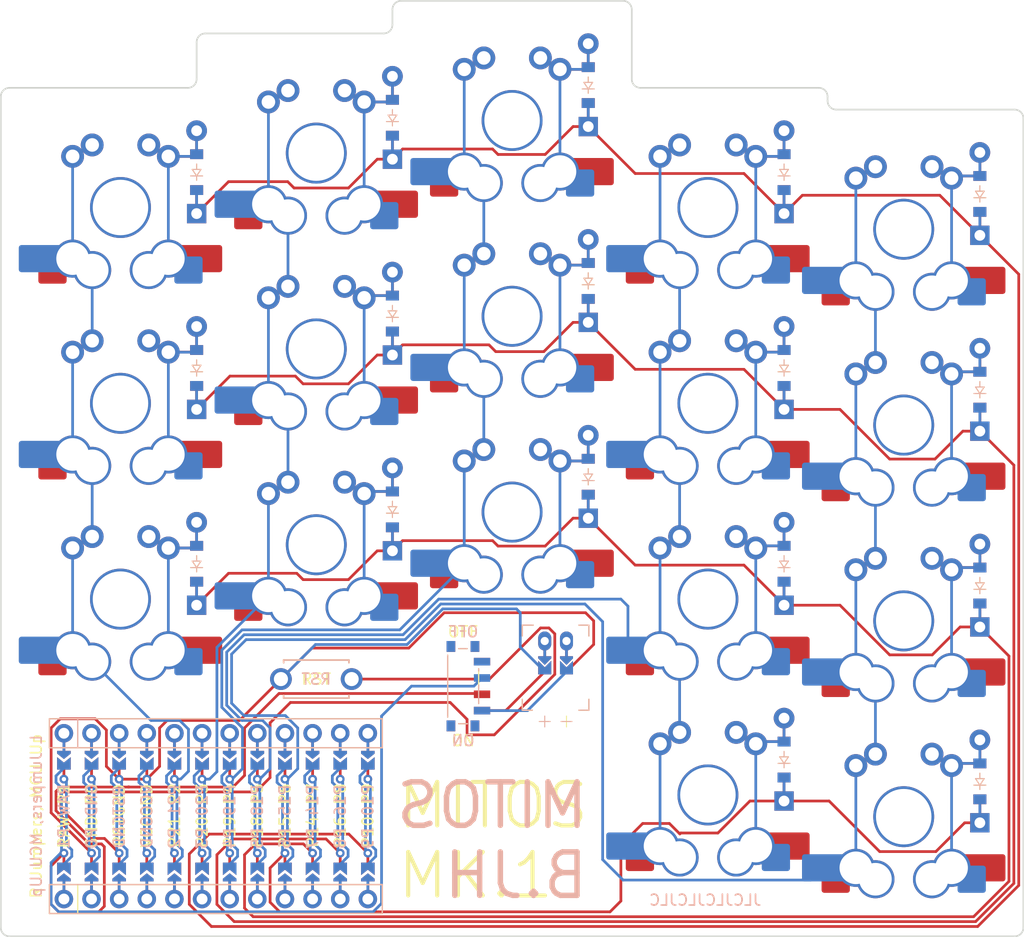
<source format=kicad_pcb>
(kicad_pcb (version 20240108) (generator "pcbnew") (generator_version "8.0")
  (title_block (title "board") (rev "v1.0.0") (company "Unknown"))
  (layers (0 "F.Cu" signal) (31 "B.Cu" signal) (34 "B.Paste" user) (35 "F.Paste" user) (36 "B.SilkS" user "B.Silkscreen") (37 "F.SilkS" user "F.Silkscreen") (38 "B.Mask" user) (39 "F.Mask" user) (44 "Edge.Cuts" user))
  (net 0 "")
  (net 1 "P2")
  (net 2 "pinky_bottom")
  (net 3 "GND")
  (net 4 "pinky_home")
  (net 5 "pinky_top")
  (net 6 "P3")
  (net 7 "ring_bottom")
  (net 8 "ring_home")
  (net 9 "ring_top")
  (net 10 "P4")
  (net 11 "middle_bottom")
  (net 12 "middle_home")
  (net 13 "middle_top")
  (net 14 "P5")
  (net 15 "index_thumb")
  (net 16 "index_bottom")
  (net 17 "index_home")
  (net 18 "index_top")
  (net 19 "P6")
  (net 20 "inner_thumb")
  (net 21 "inner_bottom")
  (net 22 "inner_home")
  (net 23 "inner_top")
  (net 24 "P14")
  (net 25 "P16")
  (net 26 "P10")
  (net 27 "P15")
  (net 28 "RAW")
  (net 29 "RST")
  (net 30 "VCC")
  (net 31 "P21")
  (net 32 "P20")
  (net 33 "P19")
  (net 34 "P18")
  (net 35 "P1")
  (net 36 "P0")
  (net 37 "P7")
  (net 38 "P8")
  (net 39 "P9")
  (net 40 "MCU1_24")
  (net 41 "MCU1_1")
  (net 42 "MCU1_23")
  (net 43 "MCU1_2")
  (net 44 "MCU1_22")
  (net 45 "MCU1_3")
  (net 46 "MCU1_21")
  (net 47 "MCU1_4")
  (net 48 "MCU1_20")
  (net 49 "MCU1_5")
  (net 50 "MCU1_19")
  (net 51 "MCU1_6")
  (net 52 "MCU1_18")
  (net 53 "MCU1_7")
  (net 54 "MCU1_17")
  (net 55 "MCU1_8")
  (net 56 "MCU1_16")
  (net 57 "MCU1_9")
  (net 58 "MCU1_15")
  (net 59 "MCU1_10")
  (net 60 "MCU1_14")
  (net 61 "MCU1_11")
  (net 62 "MCU1_13")
  (net 63 "MCU1_12")
  (net 64 "BAT_P")
  (net 65 "JST1_1")
  (net 66 "JST1_2")
  (footprint "ceoloide:power_switch_smd_side" (layer "F.Cu") (at 206.5 165 180)
    (property "Reference" "PWR1" (hide yes))
    (property "Value" "")
  )
  (footprint "ceoloide:reset_switch_tht_top" (layer "F.Cu") (at 193 164.35)
    (property "Reference" "RST1" (hide yes))
    (property "Value" "")
  )
  (footprint "ceoloide:mcu_nice_nano" (layer "F.Cu") (at 182.5 176.95 90)
    (property "Reference" "MCU1" (hide yes))
    (property "Value" "")
  )
  (footprint "ceoloide:battery_connector_jst_ph_2" (layer "F.Cu") (at 215 160.85)
    (property "Reference" "JST1" (hide yes))
    (property "Value" "")
  )
  (footprint "ceoloide:diode_tht_sod123" (layer "B.Cu") (at 218 127.75 90)
    (property "Reference" "D8" (hide yes))
    (property "Value" "")
  )
  (footprint "ceoloide:diode_tht_sod123" (layer "B.Cu") (at 236 117.75 90)
    (property "Reference" "D13" (hide yes))
    (property "Value" "")
  )
  (footprint "ceoloide:switch_gateron_ks27_ks33" (layer "B.Cu") (at 229 139)
    (property "Reference" "S12" (hide yes))
    (property "Value" "")
  )
  (footprint "ceoloide:switch_gateron_ks27_ks33" (layer "B.Cu") (at 247 177)
    (property "Reference" "S14" (hide yes))
    (property "Value" "")
  )
  (footprint "ceoloide:switch_gateron_ks27_ks33" (layer "B.Cu") (at 247 159)
    (property "Reference" "S15" (hide yes))
    (property "Value" "")
  )
  (footprint "ceoloide:diode_tht_sod123" (layer "B.Cu") (at 254 137.75 90)
    (property "Reference" "D16" (hide yes))
    (property "Value" "")
  )
  (footprint "ceoloide:switch_gateron_ks27_ks33" (layer "B.Cu") (at 211 131)
    (property "Reference" "S8" (hide yes))
    (property "Value" "")
  )
  (footprint "ceoloide:switch_gateron_ks27_ks33" (layer "B.Cu") (at 247 123)
    (property "Reference" "S17" (hide yes))
    (property "Value" "")
  )
  (footprint "ceoloide:diode_tht_sod123" (layer "B.Cu") (at 236 153.75 90)
    (property "Reference" "D11" (hide yes))
    (property "Value" "")
  )
  (footprint "ceoloide:switch_gateron_ks27_ks33" (layer "B.Cu") (at 193 134)
    (property "Reference" "S5" (hide yes))
    (property "Value" "")
  )
  (footprint "ceoloide:switch_gateron_ks27_ks33" (layer "B.Cu") (at 211 113)
    (property "Reference" "S9" (hide yes))
    (property "Value" "")
  )
  (footprint "ceoloide:diode_tht_sod123" (layer "B.Cu") (at 236 135.75 90)
    (property "Reference" "D12" (hide yes))
    (property "Value" "")
  )
  (footprint "ceoloide:diode_tht_sod123" (layer "B.Cu") (at 182 135.75 90)
    (property "Reference" "D2" (hide yes))
    (property "Value" "")
  )
  (footprint "ceoloide:diode_tht_sod123" (layer "B.Cu") (at 218 145.75 90)
    (property "Reference" "D7" (hide yes))
    (property "Value" "")
  )
  (footprint "ceoloide:switch_gateron_ks27_ks33" (layer "B.Cu") (at 175 121)
    (property "Reference" "S3" (hide yes))
    (property "Value" "")
  )
  (footprint "ceoloide:diode_tht_sod123" (layer "B.Cu") (at 254 119.75 90)
    (property "Reference" "D17" (hide yes))
    (property "Value" "")
  )
  (footprint "ceoloide:diode_tht_sod123" (layer "B.Cu") (at 200 148.75 90)
    (property "Reference" "D4" (hide yes))
    (property "Value" "")
  )
  (footprint "ceoloide:diode_tht_sod123" (layer "B.Cu") (at 182 153.75 90)
    (property "Reference" "D1" (hide yes))
    (property "Value" "")
  )
  (footprint "ceoloide:diode_tht_sod123" (layer "B.Cu") (at 218 109.75 90)
    (property "Reference" "D9" (hide yes))
    (property "Value" "")
  )
  (footprint "ceoloide:switch_gateron_ks27_ks33" (layer "B.Cu") (at 175 139)
    (property "Reference" "S2" (hide yes))
    (property "Value" "")
  )
  (footprint "ceoloide:diode_tht_sod123" (layer "B.Cu") (at 182 117.75 90)
    (property "Reference" "D3" (hide yes))
    (property "Value" "")
  )
  (footprint "ceoloide:diode_tht_sod123" (layer "B.Cu") (at 200 112.75 90)
    (property "Reference" "D6" (hide yes))
    (property "Value" "")
  )
  (footprint "ceoloide:switch_gateron_ks27_ks33" (layer "B.Cu") (at 229 121)
    (property "Reference" "S13" (hide yes))
    (property "Value" "")
  )
  (footprint "ceoloide:diode_tht_sod123" (layer "B.Cu") (at 236 171.75 90)
    (property "Reference" "D10" (hide yes))
    (property "Value" "")
  )
  (footprint "ceoloide:switch_gateron_ks27_ks33" (layer "B.Cu") (at 229 175)
    (property "Reference" "S10" (hide yes))
    (property "Value" "")
  )
  (footprint "ceoloide:switch_gateron_ks27_ks33" (layer "B.Cu") (at 229 157)
    (property "Reference" "S11" (hide yes))
    (property "Value" "")
  )
  (footprint "ceoloide:switch_gateron_ks27_ks33" (layer "B.Cu") (at 247 141)
    (property "Reference" "S16" (hide yes))
    (property "Value" "")
  )
  (footprint "ceoloide:switch_gateron_ks27_ks33" (layer "B.Cu") (at 193 152)
    (property "Reference" "S4" (hide yes))
    (property "Value" "")
  )
  (footprint "ceoloide:diode_tht_sod123" (layer "B.Cu") (at 254 173.75 90)
    (property "Reference" "D14" (hide yes))
    (property "Value" "")
  )
  (footprint "ceoloide:switch_gateron_ks27_ks33" (layer "B.Cu") (at 211 149)
    (property "Reference" "S7" (hide yes))
    (property "Value" "")
  )
  (footprint "ceoloide:diode_tht_sod123" (layer "B.Cu") (at 254 155.75 90)
    (property "Reference" "D15" (hide yes))
    (property "Value" "")
  )
  (footprint "ceoloide:switch_gateron_ks27_ks33" (layer "B.Cu") (at 193 116)
    (property "Reference" "S6" (hide yes))
    (property "Value" "")
  )
  (footprint "ceoloide:diode_tht_sod123" (layer "B.Cu") (at 200 130.75 90)
    (property "Reference" "D5" (hide yes))
    (property "Value" "")
  )
  (footprint "ceoloide:switch_gateron_ks27_ks33" (layer "B.Cu") (at 175 157)
    (property "Reference" "S1" (hide yes))
    (property "Value" "")
  )
  (gr_line (start 181.2 110) (end 164.8 110) (stroke (width 0.15)) (layer "Edge.Cuts"))
  (gr_arc (start 182 109.2) (mid 181.765685 109.765685) (end 181.2 110) (stroke (width 0.15)) (layer "Edge.Cuts"))
  (gr_arc (start 222.8 110) (mid 222.234315 109.765685) (end 222 109.2) (stroke (width 0.15)) (layer "Edge.Cuts"))
  (gr_arc (start 164 110.8) (mid 164.234315 110.234315) (end 164.8 110) (stroke (width 0.15)) (layer "Edge.Cuts"))
  (gr_line (start 222 109.2) (end 222 102.8) (stroke (width 0.15)) (layer "Edge.Cuts"))
  (gr_arc (start 164.8 188) (mid 164.234315 187.765685) (end 164 187.2) (stroke (width 0.15)) (layer "Edge.Cuts"))
  (gr_line (start 164 187.2) (end 164 110.8) (stroke (width 0.15)) (layer "Edge.Cuts"))
  (gr_arc (start 182 105.8) (mid 182.234315 105.234315) (end 182.8 105) (stroke (width 0.15)) (layer "Edge.Cuts"))
  (gr_line (start 200 102.8) (end 200 104.2) (stroke (width 0.15)) (layer "Edge.Cuts"))
  (gr_line (start 221.2 102) (end 200.8 102) (stroke (width 0.15)) (layer "Edge.Cuts"))
  (gr_arc (start 240.8 112) (mid 240.234315 111.765685) (end 240 111.2) (stroke (width 0.15)) (layer "Edge.Cuts"))
  (gr_line (start 199.2 105) (end 182.8 105) (stroke (width 0.15)) (layer "Edge.Cuts"))
  (gr_line (start 239.2 110) (end 222.8 110) (stroke (width 0.15)) (layer "Edge.Cuts"))
  (gr_line (start 240 111.2) (end 240 110.8) (stroke (width 0.15)) (layer "Edge.Cuts"))
  (gr_arc (start 221.2 102) (mid 221.765685 102.234315) (end 222 102.8) (stroke (width 0.15)) (layer "Edge.Cuts"))
  (gr_arc (start 258 187.2) (mid 257.765685 187.765685) (end 257.2 188) (stroke (width 0.15)) (layer "Edge.Cuts"))
  (gr_arc (start 200 102.8) (mid 200.234315 102.234315) (end 200.8 102) (stroke (width 0.15)) (layer "Edge.Cuts"))
  (gr_arc (start 257.2 112) (mid 257.765685 112.234315) (end 258 112.8) (stroke (width 0.15)) (layer "Edge.Cuts"))
  (gr_arc (start 239.2 110) (mid 239.765685 110.234315) (end 240 110.8) (stroke (width 0.15)) (layer "Edge.Cuts"))
  (gr_line (start 164.8 188) (end 257.2 188) (stroke (width 0.15)) (layer "Edge.Cuts"))
  (gr_line (start 258 187.2) (end 258 112.8) (stroke (width 0.15)) (layer "Edge.Cuts"))
  (gr_arc (start 200 104.2) (mid 199.765685 104.765685) (end 199.2 105) (stroke (width 0.15)) (layer "Edge.Cuts"))
  (gr_line (start 182 105.8) (end 182 109.2) (stroke (width 0.15)) (layer "Edge.Cuts"))
  (gr_line (start 257.2 112) (end 240.8 112) (stroke (width 0.15)) (layer "Edge.Cuts"))
  (gr_text "JLCJLCJLCJLC" (at 234 185.25 0) (layer "B.SilkS") (effects (font (size 1 1)) (justify left bottom mirror)))
  (gr_text "MITOS\nB.JH" (at 218.25 184.75 0) (layer "B.SilkS") (effects (font (size 4 4) (thickness 0.5)) (justify left bottom mirror)))
  (gr_text "MITOS\nMK.1" (at 200.25 184.75 0) (layer "F.SilkS") (effects (font (size 4 4) (thickness 0.375) (bold yes)) (justify left bottom)))
  (segment (start 179.96 172.175) (end 179.96 173.55) (width 0.25) (layer "F.Cu") (net 1))
  (segment (start 172.4 144.75) (end 172.4 151.25) (width 0.25) (layer "B.Cu") (net 1))
  (segment (start 170.6 134.3) (end 170.6 143.7) (width 0.25) (layer "B.Cu") (net 1))
  (segment (start 172.4 162.75) (end 177.805 168.155) (width 0.25) (layer "B.Cu") (net 1))
  (segment (start 181.25 168.958299) (end 181.25 172.825685) (width 0.25) (layer "B.Cu") (net 1))
  (segment (start 170.6 152.3) (end 170.6 161.7) (width 0.25) (layer "B.Cu") (net 1))
  (segment (start 180.19 179.554695) (end 180.19 173.78) (width 0.25) (layer "B.Cu") (net 1))
  (segment (start 181.25 172.825685) (end 180.525685 173.55) (width 0.25) (layer "B.Cu") (net 1))
  (segment (start 180.685 180.650305) (end 180.685 180.049695) (width 0.25) (layer "B.Cu") (net 1))
  (segment (start 180.525685 173.55) (end 179.96 173.55) (width 0.25) (layer "B.Cu") (net 1))
  (segment (start 170.6 116.3) (end 170.6 125.7) (width 0.25) (layer "B.Cu") (net 1))
  (segment (start 172.4 126.75) (end 172.4 133.25) (width 0.25) (layer "B.Cu") (net 1))
  (segment (start 180.446701 168.155) (end 181.25 168.958299) (width 0.25) (layer "B.Cu") (net 1))
  (segment (start 180.685 180.049695) (end 180.19 179.554695) (width 0.25) (layer "B.Cu") (net 1))
  (segment (start 179.96 181.725) (end 179.96 181.375305) (width 0.25) (layer "B.Cu") (net 1))
  (segment (start 179.96 181.375305) (end 180.685 180.650305) (width 0.25) (layer "B.Cu") (net 1))
  (segment (start 177.805 168.155) (end 180.446701 168.155) (width 0.25) (layer "B.Cu") (net 1))
  (segment (start 179.4 152.3) (end 181.8 152.3) (width 0.25) (layer "F.Cu") (net 2))
  (segment (start 182 152.1) (end 182 149.94) (width 0.25) (layer "F.Cu") (net 2))
  (segment (start 181.8 152.3) (end 182 152.1) (width 0.25) (layer "F.Cu") (net 2))
  (segment (start 182 149.94) (end 182 152.1) (width 0.25) (layer "B.Cu") (net 2))
  (segment (start 181.8 152.3) (end 182 152.1) (width 0.25) (layer "B.Cu") (net 2))
  (segment (start 179.4 152.3) (end 179.4 161.7) (width 0.25) (layer "B.Cu") (net 2))
  (segment (start 179.4 152.3) (end 181.8 152.3) (width 0.25) (layer "B.Cu") (net 2))
  (segment (start 168.625 176.635) (end 172.34 180.35) (width 0.25) (layer "F.Cu") (net 3))
  (segment (start 177.42 172.175) (end 177.42 173.55) (width 0.25) (layer "F.Cu") (net 3))
  (segment (start 174.88 172.175) (end 174.88 173.55) (width 0.25) (layer "F.Cu") (net 3))
  (segment (start 179.283299 168.155) (end 178.595 168.843299) (width 0.25) (layer "F.Cu") (net 3))
  (segment (start 178.595 172.375) (end 177.42 173.55) (width 0.25) (layer "F.Cu") (net 3))
  (segment (start 169.468299 168) (end 168.625 168.843299) (width 0.25) (layer "F.Cu") (net 3))
  (segment (start 189.75 164.35) (end 185.945 168.155) (width 0.25) (layer "F.Cu") (net 3))
  (segment (start 177.42 173.55) (end 174.88 173.55) (width 0.25) (layer "F.Cu") (net 3))
  (segment (start 185.945 168.155) (end 179.283299 168.155) (width 0.25) (layer "F.Cu") (net 3))
  (segment (start 173.705 172.375) (end 173.705 169.033299) (width 0.25) (layer "F.Cu") (net 3))
  (segment (start 168.625 168.843299) (end 168.625 176.635) (width 0.25) (layer "F.Cu") (net 3))
  (segment (start 204.75 158.25) (end 201.5 161.5) (width 0.25) (layer "F.Cu") (net 3))
  (segment (start 172.671701 168) (end 169.468299 168) (width 0.25) (layer "F.Cu") (net 3))
  (segment (start 178.595 168.843299) (end 178.595 172.375) (width 0.25) (layer "F.Cu") (net 3))
  (segment (start 218.5 161.166) (end 218.5 159) (width 0.25) (layer "F.Cu") (net 3))
  (segment (start 172.34 181.725) (end 172.34 180.35) (width 0.25) (layer "F.Cu") (net 3))
  (segment (start 192.6 161.5) (end 189.75 164.35) (width 0.25) (layer "F.Cu") (net 3))
  (segment (start 217.75 158.25) (end 204.75 158.25) (width 0.25) (layer "F.Cu") (net 3))
  (segment (start 201.5 161.5) (end 192.6 161.5) (width 0.25) (layer "F.Cu") (net 3))
  (segment (start 174.88 173.55) (end 173.705 172.375) (width 0.25) (layer "F.Cu") (net 3))
  (segment (start 216 163.666) (end 218.5 161.166) (width 0.25) (layer "F.Cu") (net 3))
  (segment (start 173.705 169.033299) (end 172.671701 168) (width 0.25) (layer "F.Cu") (net 3))
  (segment (start 218.5 159) (end 217.75 158.25) (width 0.25) (layer "F.Cu") (net 3))
  (segment (start 172.34 172.524695) (end 171.615 173.249695) (width 0.25) (layer "B.Cu") (net 3))
  (segment (start 201.347792 161.175) (end 192.925 161.175) (width 0.25) (layer "B.Cu") (net 3))
  (segment (start 175.605 180.049695) (end 175.11 179.554695) (width 0.25) (layer "B.Cu") (net 3))
  (segment (start 214 163.666) (end 211.75 161.416) (width 0.25) (layer "B.Cu") (net 3))
  (segment (start 204.622792 157.9) (end 201.347792 161.175) (width 0.25) (layer "B.Cu") (net 3))
  (segment (start 211.75 161.416) (end 211.75 158.25) (width 0.25) (layer "B.Cu") (net 3))
  (segment (start 211.4 157.9) (end 204.622792 157.9) (width 0.25) (layer "B.Cu") (net 3))
  (segment (start 175.11 179.554695) (end 175.11 173.78) (width 0.25) (layer "B.Cu") (net 3))
  (segment (start 211.75 158.25) (end 211.4 157.9) (width 0.25) (layer "B.Cu") (net 3))
  (segment (start 177.42 181.725) (end 177.42 181.375305) (width 0.25) (layer "B.Cu") (net 3))
  (segment (start 171.615 173.850305) (end 172.12 174.355305) (width 0.25) (layer "B.Cu") (net 3))
  (segment (start 172.12 174.355305) (end 172.12 180.13) (width 0.25) (layer "B.Cu") (net 3))
  (segment (start 177.42 181.375305) (end 178.145 180.650305) (width 0.25) (layer "B.Cu") (net 3))
  (segment (start 172.34 172.175) (end 172.34 172.524695) (width 0.25) (layer "B.Cu") (net 3))
  (segment (start 175.605 180.650305) (end 175.605 180.049695) (width 0.25) (layer "B.Cu") (net 3))
  (segment (start 178.145 180.650305) (end 178.145 180.049695) (width 0.25) (layer "B.Cu") (net 3))
  (segment (start 178.145 180.049695) (end 177.65 179.554695) (width 0.25) (layer "B.Cu") (net 3))
  (segment (start 192.925 161.175) (end 189.75 164.35) (width 0.25) (layer "B.Cu") (net 3))
  (segment (start 171.615 173.249695) (end 171.615 173.850305) (width 0.25) (layer "B.Cu") (net 3))
  (segment (start 174.88 181.375305) (end 175.605 180.650305) (width 0.25) (layer "B.Cu") (net 3))
  (segment (start 177.65 179.554695) (end 177.65 173.78) (width 0.25) (layer "B.Cu") (net 3))
  (segment (start 174.88 181.725) (end 174.88 181.375305) (width 0.25) (layer "B.Cu") (net 3))
  (segment (start 181.8 134.3) (end 182 134.1) (width 0.25) (layer "F.Cu") (net 4))
  (segment (start 182 131.94) (end 182 134.1) (width 0.25) (layer "F.Cu") (net 4))
  (segment (start 179.4 134.3) (end 181.8 134.3) (width 0.25) (layer "F.Cu") (net 4))
  (segment (start 182 131.94) (end 182 134.1) (width 0.25) (layer "B.Cu") (net 4))
  (segment (start 179.4 134.3) (end 181.8 134.3) (width 0.25) (layer "B.Cu") (net 4))
  (segment (start 179.4 134.3) (end 179.4 143.7) (width 0.25) (layer "B.Cu") (net 4))
  (segment (start 181.8 134.3) (end 182 134.1) (width 0.25) (layer "B.Cu") (net 4))
  (segment (start 181.8 116.3) (end 182 116.1) (width 0.25) (layer "F.Cu") (net 5))
  (segment (start 182 113.94) (end 182 116.1) (width 0.25) (layer "F.Cu") (net 5))
  (segment (start 179.4 116.3) (end 181.8 116.3) (width 0.25) (layer "F.Cu") (net 5))
  (segment (start 182 113.94) (end 182 116.1) (width 0.25) (layer "B.Cu") (net 5))
  (segment (start 181.8 116.3) (end 182 116.1) (width 0.25) (layer "B.Cu") (net 5))
  (segment (start 179.4 116.3) (end 179.4 125.7) (width 0.25) (layer "B.Cu") (net 5))
  (segment (start 179.4 116.3) (end 181.8 116.3) (width 0.25) (layer "B.Cu") (net 5))
  (segment (start 182.5 172.175) (end 182.5 173.55) (width 0.25) (layer "F.Cu") (net 6))
  (segment (start 183.865 172.865) (end 183.18 173.55) (width 0.25) (layer "B.Cu") (net 6))
  (segment (start 188.6 147.3) (end 188.6 156.7) (width 0.25) (layer "B.Cu") (net 6))
  (segment (start 183.865 161.435) (end 183.865 172.865) (width 0.25) (layer "B.Cu") (net 6))
  (segment (start 190.4 139.75) (end 190.4 146.25) (width 0.25) (layer "B.Cu") (net 6))
  (segment (start 188.6 129.3) (end 188.6 138.7) (width 0.25) (layer "B.Cu") (net 6))
  (segment (start 182.5 181.725) (end 182.5 181.375305) (width 0.25) (layer "B.Cu") (net 6))
  (segment (start 183.225 180.650305) (end 183.225 180.049695) (width 0.25) (layer "B.Cu") (net 6))
  (segment (start 182.73 179.554695) (end 182.73 173.78) (width 0.25) (layer "B.Cu") (net 6))
  (segment (start 182.5 181.375305) (end 183.225 180.650305) (width 0.25) (layer "B.Cu") (net 6))
  (segment (start 190.4 121.75) (end 190.4 128.25) (width 0.25) (layer "B.Cu") (net 6))
  (segment (start 183.225 180.049695) (end 182.73 179.554695) (width 0.25) (layer "B.Cu") (net 6))
  (segment (start 183.18 173.55) (end 182.5 173.55) (width 0.25) (layer "B.Cu") (net 6))
  (segment (start 188.6 156.7) (end 183.865 161.435) (width 0.25) (layer "B.Cu") (net 6))
  (segment (start 188.6 111.3) (end 188.6 120.7) (width 0.25) (layer "B.Cu") (net 6))
  (segment (start 200 147.1) (end 197.6 147.1) (width 0.25) (layer "F.Cu") (net 7))
  (segment (start 197.6 147.1) (end 197.4 147.3) (width 0.25) (layer "F.Cu") (net 7))
  (segment (start 200 144.94) (end 200 147.1) (width 0.25) (layer "F.Cu") (net 7))
  (segment (start 200 147.1) (end 200 144.94) (width 0.25) (layer "B.Cu") (net 7))
  (segment (start 197.4 147.3) (end 197.4 156.7) (width 0.25) (layer "B.Cu") (net 7))
  (segment (start 197.6 147.1) (end 197.4 147.3) (width 0.25) (layer "B.Cu") (net 7))
  (segment (start 200 147.1) (end 197.6 147.1) (width 0.25) (layer "B.Cu") (net 7))
  (segment (start 197.6 129.1) (end 197.4 129.3) (width 0.25) (layer "F.Cu") (net 8))
  (segment (start 200 126.94) (end 200 129.1) (width 0.25) (layer "F.Cu") (net 8))
  (segment (start 200 129.1) (end 197.6 129.1) (width 0.25) (layer "F.Cu") (net 8))
  (segment (start 197.4 129.3) (end 197.3 129.3) (width 0.25) (layer "B.Cu") (net 8))
  (segment (start 197.25 129.25) (end 197.4 129.1) (width 0.25) (layer "B.Cu") (net 8))
  (segment (start 200 129.1) (end 200 126.94) (width 0.25) (layer "B.Cu") (net 8))
  (segment (start 197.4 129.1) (end 200 129.1) (width 0.25) (layer "B.Cu") (net 8))
  (segment (start 197.4 129.3) (end 197.4 138.7) (width 0.25) (layer "B.Cu") (net 8))
  (segment (start 197.3 129.3) (end 197.25 129.25) (width 0.25) (layer "B.Cu") (net 8))
  (segment (start 200 108.94) (end 200 111.1) (width 0.25) (layer "F.Cu") (net 9))
  (segment (start 197.4 111.3) (end 199.8 111.3) (width 0.25) (layer "F.Cu") (net 9))
  (segment (start 199.8 111.3) (end 200 111.1) (width 0.25) (layer "F.Cu") (net 9))
  (segment (start 197.4 111.3) (end 199.8 111.3) (width 0.25) (layer "B.Cu") (net 9))
  (segment (start 200 108.94) (end 200 111.1) (width 0.25) (layer "B.Cu") (net 9))
  (segment (start 197.4 111.3) (end 197.4 120.7) (width 0.25) (layer "B.Cu") (net 9))
  (segment (start 199.8 111.3) (end 200 111.1) (width 0.25) (layer "B.Cu") (net 9))
  (segment (start 185.04 172.175) (end 185.04 173.55) (width 0.25) (layer "F.Cu") (net 10))
  (segment (start 185.765 180.650305) (end 185.765 180.049695) (width 0.25) (layer "B.Cu") (net 10))
  (segment (start 200.675 159.825) (end 186.175 159.825) (width 0.25) (layer "B.Cu") (net 10))
  (segment (start 186.215 172.591692) (end 185.256692 173.55) (width 0.25) (layer "B.Cu") (net 10))
  (segment (start 206.6 108.3) (end 206.6 117.7) (width 0.25) (layer "B.Cu") (net 10))
  (segment (start 186.215 168.843299) (end 186.215 172.591692) (width 0.25) (layer "B.Cu") (net 10))
  (segment (start 208.4 118.75) (end 208.4 125.25) (width 0.25) (layer "B.Cu") (net 10))
  (segment (start 205.75 154.75) (end 200.675 159.825) (width 0.25) (layer "B.Cu") (net 10))
  (segment (start 208.4 136.75) (end 208.4 143.25) (width 0.25) (layer "B.Cu") (net 10))
  (segment (start 206.6 144.3) (end 206.6 153.7) (width 0.25) (layer "B.Cu") (net 10))
  (segment (start 184.315 161.685) (end 184.315 166.943299) (width 0.25) (layer "B.Cu") (net 10))
  (segment (start 185.04 181.725) (end 185.04 181.375305) (width 0.25) (layer "B.Cu") (net 10))
  (segment (start 185.04 181.375305) (end 185.765 180.650305) (width 0.25) (layer "B.Cu") (net 10))
  (segment (start 185.27 179.554695) (end 185.27 173.78) (width 0.25) (layer "B.Cu") (net 10))
  (segment (start 185.765 180.049695) (end 185.27 179.554695) (width 0.25) (layer "B.Cu") (net 10))
  (segment (start 185.256692 173.55) (end 185.04 173.55) (width 0.25) (layer "B.Cu") (net 10))
  (segment (start 184.315 166.943299) (end 186.215 168.843299) (width 0.25) (layer "B.Cu") (net 10))
  (segment (start 206.6 126.3) (end 206.6 135.7) (width 0.25) (layer "B.Cu") (net 10))
  (segment (start 186.175 159.825) (end 184.315 161.685) (width 0.25) (layer "B.Cu") (net 10))
  (segment (start 208.4 154.75) (end 205.75 154.75) (width 0.25) (layer "B.Cu") (net 10))
  (segment (start 218 144.1) (end 218 141.94) (width 0.25) (layer "F.Cu") (net 11))
  (segment (start 217.8 144.3) (end 218 144.1) (width 0.25) (layer "F.Cu") (net 11))
  (segment (start 215.4 144.3) (end 217.8 144.3) (width 0.25) (layer "F.Cu") (net 11))
  (segment (start 215.4 144.3) (end 215.4 153.7) (width 0.25) (layer "B.Cu") (net 11))
  (segment (start 215.4 144.3) (end 217.8 144.3) (width 0.25) (layer "B.Cu") (net 11))
  (segment (start 218 144.1) (end 218 141.94) (width 0.25) (layer "B.Cu") (net 11))
  (segment (start 217.8 144.3) (end 218 144.1) (width 0.25) (layer "B.Cu") (net 11))
  (segment (start 217.25 154.75) (end 217.25 155.25) (width 0.25) (layer "B.Cu") (net 11))
  (segment (start 217.8 126.3) (end 218 126.1) (width 0.25) (layer "F.Cu") (net 12))
  (segment (start 218 123.94) (end 218 126.1) (width 0.25) (layer "F.Cu") (net 12))
  (segment (start 215.4 126.3) (end 217.8 126.3) (width 0.25) (layer "F.Cu") (net 12))
  (segment (start 217.8 126.3) (end 218 126.1) (width 0.25) (layer "B.Cu") (net 12))
  (segment (start 215.4 126.3) (end 215.4 135.7) (width 0.25) (layer "B.Cu") (net 12))
  (segment (start 218 123.94) (end 218 126.1) (width 0.25) (layer "B.Cu") (net 12))
  (segment (start 215.4 126.3) (end 217.8 126.3) (width 0.25) (layer "B.Cu") (net 12))
  (segment (start 218 108.1) (end 218 105.94) (width 0.25) (layer "F.Cu") (net 13))
  (segment (start 215.4 108.3) (end 217.8 108.3) (width 0.25) (layer "F.Cu") (net 13))
  (segment (start 217.8 108.3) (end 218 108.1) (width 0.25) (layer "F.Cu") (net 13))
  (segment (start 218 108.1) (end 218 105.94) (width 0.25) (layer "B.Cu") (net 13))
  (segment (start 215.4 108.3) (end 217.8 108.3) (width 0.25) (layer "B.Cu") (net 13))
  (segment (start 215.4 108.3) (end 215.4 117.7) (width 0.25) (layer "B.Cu") (net 13))
  (segment (start 217.8 108.3) (end 218 108.1) (width 0.25) (layer "B.Cu") (net 13))
  (segment (start 187.58 172.175) (end 187.58 173.55) (width 0.25) (layer "F.Cu") (net 14))
  (segment (start 204.25 157) (end 200.975 160.275) (width 0.25) (layer "B.Cu") (net 14))
  (segment (start 224.6 170.3) (end 224.6 179.7) (width 0.25) (layer "B.Cu") (net 14))
  (segment (start 226.4 144.75) (end 226.4 151.25) (width 0.25) (layer "B.Cu") (net 14))
  (segment (start 221 157) (end 204.25 157) (width 0.25) (layer "B.Cu") (net 14))
  (segment (start 224.6 134.3) (end 224.6 143.7) (width 0.25) (layer "B.Cu") (net 14))
  (segment (start 226.4 126.75) (end 226.4 133.25) (width 0.25) (layer "B.Cu") (net 14))
  (segment (start 184.765 161.871396) (end 184.765 166.756903) (width 0.25) (layer "B.Cu") (net 14))
  (segment (start 188.755 168.843299) (end 188.755 172.591692) (width 0.25) (layer "B.Cu") (net 14))
  (segment (start 221.65 157.65) (end 221 157) (width 0.25) (layer "B.Cu") (net 14))
  (segment (start 187.58 181.725) (end 187.58 181.375305) (width 0.25) (layer "B.Cu") (net 14))
  (segment (start 187.796692 173.55) (end 187.58 173.55) (width 0.25) (layer "B.Cu") (net 14))
  (segment (start 187.58 181.375305) (end 188.305 180.650305) (width 0.25) (layer "B.Cu") (net 14))
  (segment (start 200.975 160.275) (end 186.361396 160.275) (width 0.25) (layer "B.Cu") (net 14))
  (segment (start 221.65 161.7) (end 221.65 157.65) (width 0.25) (layer "B.Cu") (net 14))
  (segment (start 224.6 152.3) (end 224.6 161.7) (width 0.25) (layer "B.Cu") (net 14))
  (segment (start 186.163097 168.155) (end 188.066701 168.155) (width 0.25) (layer "B.Cu") (net 14))
  (segment (start 188.305 180.650305) (end 188.305 180.049695) (width 0.25) (layer "B.Cu") (net 14))
  (segment (start 226.4 162.75) (end 226.4 169.25) (width 0.25) (layer "B.Cu") (net 14))
  (segment (start 184.765 166.756903) (end 186.163097 168.155) (width 0.25) (layer "B.Cu") (net 14))
  (segment (start 188.066701 168.155) (end 188.755 168.843299) (width 0.25) (layer "B.Cu") (net 14))
  (segment (start 186.361396 160.275) (end 184.765 161.871396) (width 0.25) (layer "B.Cu") (net 14))
  (segment (start 224.6 116.3) (end 224.6 125.7) (width 0.25) (layer "B.Cu") (net 14))
  (segment (start 188.755 172.591692) (end 187.796692 173.55) (width 0.25) (layer "B.Cu") (net 14))
  (segment (start 187.81 179.554695) (end 187.81 173.78) (width 0.25) (layer "B.Cu") (net 14))
  (segment (start 188.305 180.049695) (end 187.81 179.554695) (width 0.25) (layer "B.Cu") (net 14))
  (segment (start 233.6 170.1) (end 233.4 170.3) (width 0.25) (layer "F.Cu") (net 15))
  (segment (start 236 170.1) (end 233.6 170.1) (width 0.25) (layer "F.Cu") (net 15))
  (segment (start 236 167.94) (end 236 170.1) (width 0.25) (layer "F.Cu") (net 15))
  (segment (start 233.4 170.3) (end 233.7 170.3) (width 0.25) (layer "B.Cu") (net 15))
  (segment (start 233.4 170.3) (end 233.4 179.7) (width 0.25) (layer "B.Cu") (net 15))
  (segment (start 236 170.1) (end 236 167.94) (width 0.25) (layer "B.Cu") (net 15))
  (segment (start 233.9 170.1) (end 236 170.1) (width 0.25) (layer "B.Cu") (net 15))
  (segment (start 233.7 170.3) (end 233.9 170.1) (width 0.25) (layer "B.Cu") (net 15))
  (segment (start 233.6 152.1) (end 233.4 152.3) (width 0.25) (layer "F.Cu") (net 16))
  (segment (start 236 152.1) (end 236 149.94) (width 0.25) (layer "F.Cu") (net 16))
  (segment (start 236 152.1) (end 233.6 152.1) (width 0.25) (layer "F.Cu") (net 16))
  (segment (start 233.4 160.95) (end 231.6 162.75) (width 0.25) (layer "B.Cu") (net 16))
  (segment (start 236 152.1) (end 233.6 152.1) (width 0.25) (layer "B.Cu") (net 16))
  (segment (start 236 149.94) (end 236 152.1) (width 0.25) (layer "B.Cu") (net 16))
  (segment (start 233.6 152.1) (end 233.4 152.3) (width 0.25) (layer "B.Cu") (net 16))
  (segment (start 233.4 152.3) (end 233.4 160.95) (width 0.25) (layer "B.Cu") (net 16))
  (segment (start 233.4 134.3) (end 235.8 134.3) (width 0.25) (layer "F.Cu") (net 17))
  (segment (start 236 131.94) (end 236 134.1) (width 0.25) (layer "F.Cu") (net 17))
  (segment (start 235.8 134.3) (end 236 134.1) (width 0.25) (layer "F.Cu") (net 17))
  (segment (start 233.4 134.3) (end 233.4 143.7) (width 0.25) (layer "B.Cu") (net 17))
  (segment (start 235.8 134.3) (end 236 134.1) (width 0.25) (layer "B.Cu") (net 17))
  (segment (start 236 131.94) (end 236 134.1) (width 0.25) (layer "B.Cu") (net 17))
  (segment (start 233.4 134.3) (end 235.8 134.3) (width 0.25) (layer "B.Cu") (net 17))
  (segment (start 233.4 116.3) (end 235.8 116.3) (width 0.25) (layer "F.Cu") (net 18))
  (segment (start 235.8 116.3) (end 236 116.1) (width 0.25) (layer "F.Cu") (net 18))
  (segment (start 236 113.94) (end 236 116.1) (width 0.25) (layer "F.Cu") (net 18))
  (segment (start 233.4 116.3) (end 235.8 116.3) (width 0.25) (layer "B.Cu") (net 18))
  (segment (start 233.4 116.3) (end 233.4 125.7) (width 0.25) (layer "B.Cu") (net 18))
  (segment (start 235.8 116.3) (end 236 116.1) (width 0.25) (layer "B.Cu") (net 18))
  (segment (start 236 113.94) (end 236 116.1) (width 0.25) (layer "B.Cu") (net 18))
  (segment (start 190.12 172.175) (end 190.12 173.55) (width 0.25) (layer "F.Cu") (net 19))
  (segment (start 239.65 181.7) (end 239.55 181.7) (width 0.25) (layer "B.Cu") (net 19))
  (segment (start 239.55 181.7) (end 238.425 182.825) (width 0.25) (layer "B.Cu") (net 19))
  (segment (start 190.845 180.650305) (end 190.845 180.049695) (width 0.25) (layer "B.Cu") (net 19))
  (segment (start 190.12 181.725) (end 190.12 181.375305) (width 0.25) (layer "B.Cu") (net 19))
  (segment (start 186.349493 167.705) (end 190.156701 167.705) (width 0.25) (layer "B.Cu") (net 19))
  (segment (start 244.4 164.75) (end 244.4 171.25) (width 0.25) (layer "B.Cu") (net 19))
  (segment (start 244.4 128.75) (end 244.4 135.25) (width 0.25) (layer "B.Cu") (net 19))
  (segment (start 185.215 162.057792) (end 185.215 166.570507) (width 0.25) (layer "B.Cu") (net 19))
  (segment (start 191.295 168.843299) (end 191.295 172.591692) (width 0.25) (layer "B.Cu") (net 19))
  (segment (start 190.156701 167.705) (end 191.295 168.843299) (width 0.25) (layer "B.Cu") (net 19))
  (segment (start 219.325 180.9451) (end 219.325 159.075) (width 0.25) (layer "B.Cu") (net 19))
  (segment (start 190.336692 173.55) (end 190.12 173.55) (width 0.25) (layer "B.Cu") (net 19))
  (segment (start 191.295 172.591692) (end 190.336692 173.55) (width 0.25) (layer "B.Cu") (net 19))
  (segment (start 244.4 146.75) (end 244.4 153.25) (width 0.25) (layer "B.Cu") (net 19))
  (segment (start 221.2049 182.825) (end 219.325 180.9451) (width 0.25) (layer "B.Cu") (net 19))
  (segment (start 219.325 159.075) (end 217.7 157.45) (width 0.25) (layer "B.Cu") (net 19))
  (segment (start 190.35 179.554695) (end 190.35 173.78) (width 0.25) (layer "B.Cu") (net 19))
  (segment (start 190.845 180.049695) (end 190.35 179.554695) (width 0.25) (layer "B.Cu") (net 19))
  (segment (start 217.7 157.45) (end 204.436396 157.45) (width 0.25) (layer "B.Cu") (net 19))
  (segment (start 242.6 154.3) (end 242.6 163.7) (width 0.25) (layer "B.Cu") (net 19))
  (segment (start 201.161396 160.725) (end 186.547792 160.725) (width 0.25) (layer "B.Cu") (net 19))
  (segment (start 242.6 172.3) (end 242.6 181.7) (width 0.25) (layer "B.Cu") (net 19))
  (segment (start 238.425 182.825) (end 221.2049 182.825) (width 0.25) (layer "B.Cu") (net 19))
  (segment (start 204.436396 157.45) (end 201.161396 160.725) (width 0.25) (layer "B.Cu") (net 19))
  (segment (start 190.12 181.375305) (end 190.845 180.650305) (width 0.25) (layer "B.Cu") (net 19))
  (segment (start 242.6 136.3) (end 242.6 145.7) (width 0.25) (layer "B.Cu") (net 19))
  (segment (start 185.215 166.570507) (end 186.349493 167.705) (width 0.25) (layer "B.Cu") (net 19))
  (segment (start 186.547792 160.725) (end 185.215 162.057792) (width 0.25) (layer "B.Cu") (net 19))
  (segment (start 242.6 118.3) (end 242.6 127.7) (width 0.25) (layer "B.Cu") (net 19))
  (segment (start 254 172.1) (end 254 169.94) (width 0.25) (layer "F.Cu") (net 20))
  (segment (start 254 172.1) (end 251.6 172.1) (width 0.25) (layer "F.Cu") (net 20))
  (segment (start 251.6 172.1) (end 251.4 172.3) (width 0.25) (layer "F.Cu") (net 20))
  (segment (start 251.4 172.3) (end 251.4 181.7) (width 0.25) (layer "B.Cu") (net 20))
  (segment (start 254 172.1) (end 251.6 172.1) (width 0.25) (layer "B.Cu") (net 20))
  (segment (start 251.6 172.1) (end 251.4 172.3) (width 0.25) (layer "B.Cu") (net 20))
  (segment (start 254 172.1) (end 254 169.94) (width 0.25) (layer "B.Cu") (net 20))
  (segment (start 251.6 154.1) (end 251.4 154.3) (width 0.25) (layer "F.Cu") (net 21))
  (segment (start 254 154.1) (end 254 151.94) (width 0.25) (layer "F.Cu") (net 21))
  (segment (start 254 154.1) (end 251.6 154.1) (width 0.25) (layer "F.Cu") (net 21))
  (segment (start 251.6 154.1) (end 251.4 154.3) (width 0.25) (layer "B.Cu") (net 21))
  (segment (start 254 154.1) (end 251.6 154.1) (width 0.25) (layer "B.Cu") (net 21))
  (segment (start 251.4 154.3) (end 251.4 163.7) (width 0.25) (layer "B.Cu") (net 21))
  (segment (start 254 154.1) (end 254 151.94) (width 0.25) (layer "B.Cu") (net 21))
  (segment (start 251.6 136.1) (end 251.4 136.3) (width 0.25) (layer "F.Cu") (net 22))
  (segment (start 254 136.1) (end 251.6 136.1) (width 0.25) (layer "F.Cu") (net 22))
  (segment (start 254 136.1) (end 254 133.94) (width 0.25) (layer "F.Cu") (net 22))
  (segment (start 254 136.1) (end 251.6 136.1) (width 0.25) (layer "B.Cu") (net 22))
  (segment (start 251.6 136.1) (end 251.4 136.3) (width 0.25) (layer "B.Cu") (net 22))
  (segment (start 251.4 136.3) (end 251.4 145.7) (width 0.25) (layer "B.Cu") (net 22))
  (segment (start 254 133.94) (end 254 136.1) (width 0.25) (layer "B.Cu") (net 22))
  (segment (start 254 118.1) (end 251.6 118.1) (width 0.25) (layer "F.Cu") (net 23))
  (segment (start 254 118.1) (end 254 115.94) (width 0.25) (layer "F.Cu") (net 23))
  (segment (start 251.6 118.1) (end 251.4 118.3) (width 0.25) (layer "F.Cu") (net 23))
  (segment (start 254 118.1) (end 251.6 118.1) (width 0.25) (layer "B.Cu") (net 23))
  (segment (start 254 118.1) (end 254 115.94) (width 0.25) (layer "B.Cu") (net 23))
  (segment (start 251.4 118.3) (end 251.4 127.7) (width 0.25) (layer "B.Cu") (net 23))
  (segment (start 251.6 118.1) (end 251.4 118.3) (width 0.25) (layer "B.Cu") (net 23))
  (segment (start 253.4251 186.195) (end 187.194999 186.195) (width 0.25) (layer "F.Cu") (net 24))
  (segment (start 191.81 179.5) (end 192.66 180.35) (width 0.25) (layer "F.Cu") (net 24))
  (segment (start 198.605506 152.56) (end 200 152.56) (width 0.25) (layer "F.Cu") (net 24))
  (segment (start 187.404695 179.5) (end 191.81 179.5) (width 0.25) (layer "F.Cu") (net 24))
  (segment (start 254 159.56) (end 256.675 162.235) (width 0.25) (layer "F.Cu") (net 24))
  (segment (start 186.405 185.405001) (end 186.405 180.499695) (width 0.25) (layer "F.Cu") (net 24))
  (segment (start 236 157.56) (end 241.140582 157.56) (width 0.25) (layer "F.Cu") (net 24))
  (segment (start 186.405 180.499695) (end 187.404695 179.5) (width 0.25) (layer "F.Cu") (net 24))
  (segment (start 184.935 154.625) (end 191.205582 154.625) (width 0.25) (layer "F.Cu") (net 24))
  (segment (start 218 149.56) (end 218 147.4) (width 0.25) (layer "F.Cu") (net 24))
  (segment (start 182 157.56) (end 182 155.4) (width 0.25) (layer "F.Cu") (net 24))
  (segment (start 191.788335 155.207753) (end 195.957753 155.207753) (width 0.25) (layer "F.Cu") (net 24))
  (segment (start 200 152.56) (end 200.935 151.625) (width 0.25) (layer "F.Cu") (net 24))
  (segment (start 222.315 153.875) (end 232.315 153.875) (width 0.25) (layer "F.Cu") (net 24))
  (segment (start 209.705582 152.125) (end 214.040506 152.125) (width 0.25) (layer "F.Cu") (net 24))
  (segment (start 192.66 181.725) (end 192.66 180.35) (width 0.25) (layer "F.Cu") (net 24))
  (segment (start 195.957753 155.207753) (end 198.605506 152.56) (width 0.25) (layer "F.Cu") (net 24))
  (segment (start 254 157.4) (end 254 159.56) (width 0.25) (layer "F.Cu") (net 24))
  (segment (start 256.675 162.235) (end 256.675 182.9451) (width 0.25) (layer "F.Cu") (net 24))
  (segment (start 187.194999 186.195) (end 186.405 185.405001) (width 0.25) (layer "F.Cu") (net 24))
  (segment (start 200.935 151.625) (end 209.205582 151.625) (width 0.25) (layer "F.Cu") (net 24))
  (segment (start 191.205582 154.625) (end 191.788335 155.207753) (width 0.25) (layer "F.Cu") (net 24))
  (segment (start 182 157.56) (end 184.935 154.625) (width 0.25) (layer "F.Cu") (net 24))
  (segment (start 249.625 162.125) (end 252.19 159.56) (width 0.25) (layer "F.Cu") (net 24))
  (segment (start 209.205582 151.625) (end 209.705582 152.125) (width 0.25) (layer "F.Cu") (net 24))
  (segment (start 200 152.56) (end 200 150.4) (width 0.25) (layer "F.Cu") (net 24))
  (segment (start 256.675 182.9451) (end 253.4251 186.195) (width 0.25) (layer "F.Cu") (net 24))
  (segment (start 236 155.4) (end 236 157.56) (width 0.25) (layer "F.Cu") (net 24))
  (segment (start 232.315 153.875) (end 236 157.56) (width 0.25) (layer "F.Cu") (net 24))
  (segment (start 214.040506 152.125) (end 216.605506 149.56) (width 0.25) (layer "F.Cu") (net 24))
  (segment (start 245.705582 162.125) (end 249.625 162.125) (width 0.25) (layer "F.Cu") (net 24))
  (segment (start 216.605506 149.56) (end 218 149.56) (width 0.25) (layer "F.Cu") (net 24))
  (segment (start 252.19 159.56) (end 254 159.56) (width 0.25) (layer "F.Cu") (net 24))
  (segment (start 241.140582 157.56) (end 245.705582 162.125) (width 0.25) (layer "F.Cu") (net 24))
  (segment (start 218 149.56) (end 222.315 153.875) (width 0.25) (layer "F.Cu") (net 24))
  (segment (start 192.66 172.175) (end 192.66 172.524695) (width 0.25) (layer "B.Cu") (net 24))
  (segment (start 191.935 173.850305) (end 192.44 174.355305) (width 0.25) (layer "B.Cu") (net 24))
  (segment (start 254 159.56) (end 254 157.4) (width 0.25) (layer "B.Cu") (net 24))
  (segment (start 192.44 174.355305) (end 192.44 180.13) (width 0.25) (layer "B.Cu") (net 24))
  (segment (start 218 147.4) (end 218 149.56) (width 0.25) (layer "B.Cu") (net 24))
  (segment (start 191.935 173.249695) (end 191.935 173.850305) (width 0.25) (layer "B.Cu") (net 24))
  (segment (start 200 150.4) (end 200 152.56) (width 0.25) (layer "B.Cu") (net 24))
  (segment (start 192.66 172.524695) (end 191.935 173.249695) (width 0.25) (layer "B.Cu") (net 24))
  (segment (start 236 155.4) (end 236 157.56) (width 0.25) (layer "B.Cu") (net 24))
  (segment (start 182 155.4) (end 182 157.56) (width 0.25) (layer "B.Cu") (net 24))
  (segment (start 232.315 135.875) (end 236 139.56) (width 0.25) (layer "F.Cu") (net 25))
  (segment (start 198.605506 134.56) (end 200 134.56) (width 0.25) (layer "F.Cu") (net 25))
  (segment (start 200 132.4) (end 200 134.56) (width 0.25) (layer "F.Cu") (net 25))
  (segment (start 182 139.56) (end 185.06 136.5) (width 0.25) (layer "F.Cu") (net 25))
  (segment (start 193.9 179.05) (end 195.2 180.35) (width 0.25) (layer "F.Cu") (net 25))
  (segment (start 200 134.56) (end 200.935 133.625) (width 0.25) (layer "F.Cu") (net 25))
  (segment (start 222.315 135.875) (end 232.315 135.875) (width 0.25) (layer "F.Cu") (net 25))
  (segment (start 241.140582 139.56) (end 245.705582 144.125) (width 0.25) (layer "F.Cu") (net 25))
  (segment (start 191.788335 137.207753) (end 195.957753 137.207753) (width 0.25) (layer "F.Cu") (net 25))
  (segment (start 208.875 133.625) (end 209.5 134.25) (width 0.25) (layer "F.Cu") (net 25))
  (segment (start 182 139.56) (end 182 137.4) (width 0.25) (layer "F.Cu") (net 25))
  (segment (start 245.705582 144.125) (end 249.875 144.125) (width 0.25) (layer "F.Cu") (net 25))
  (segment (start 216.605506 131.56) (end 218 131.56) (width 0.25) (layer "F.Cu") (net 25))
  (segment (start 218 131.56) (end 222.315 135.875) (width 0.25) (layer "F.Cu") (net 25))
  (segment (start 185.06 136.5) (end 191.080582 136.5) (width 0.25) (layer "F.Cu") (net 25))
  (segment (start 252.44 141.56) (end 254 141.56) (width 0.25) (layer "F.Cu") (net 25))
  (segment (start 195.957753 137.207753) (end 198.605506 134.56) (width 0.25) (layer "F.Cu") (net 25))
  (segment (start 209.5 134.25) (end 213.915506 134.25) (width 0.25) (layer "F.Cu") (net 25))
  (segment (start 236 137.4) (end 236 139.56) (width 0.25) (layer "F.Cu") (net 25))
  (segment (start 218 131.56) (end 218 129.4) (width 0.25) (layer "F.Cu") (net 25))
  (segment (start 191.080582 136.5) (end 191.788335 137.207753) (width 0.25) (layer "F.Cu") (net 25))
  (segment (start 213.915506 134.25) (end 216.605506 131.56) (width 0.25) (layer "F.Cu") (net 25))
  (segment (start 185.314695 179.05) (end 193.9 179.05) (width 0.25) (layer "F.Cu") (net 25))
  (segment (start 183.865 185.056701) (end 183.865 180.499695) (width 0.25) (layer "F.Cu") (net 25))
  (segment (start 183.865 180.499695) (end 185.314695 179.05) (width 0.25) (layer "F.Cu") (net 25))
  (segment (start 195.2 181.725) (end 195.2 180.35) (width 0.25) (layer "F.Cu") (net 25))
  (segment (start 254 141.56) (end 257.125 144.685) (width 0.25) (layer "F.Cu") (net 25))
  (segment (start 257.125 144.685) (end 257.125 183.131496) (width 0.25) (layer "F.Cu") (net 25))
  (segment (start 257.125 183.131496) (end 253.611496 186.645) (width 0.25) (layer "F.Cu") (net 25))
  (segment (start 200.935 133.625) (end 208.875 133.625) (width 0.25) (layer "F.Cu") (net 25))
  (segment (start 236 139.56) (end 241.140582 139.56) (width 0.25) (layer "F.Cu") (net 25))
  (segment (start 254 139.4) (end 254 141.56) (width 0.25) (layer "F.Cu") (net 25))
  (segment (start 253.611496 186.645) (end 185.453299 186.645) (width 0.25) (layer "F.Cu") (net 25))
  (segment (start 185.453299 186.645) (end 183.865 185.056701) (width 0.25) (layer "F.Cu") (net 25))
  (segment (start 249.875 144.125) (end 252.44 141.56) (width 0.25) (layer "F.Cu") (net 25))
  (segment (start 194.98 174.355305) (end 194.98 180.13) (width 0.25) (layer "B.Cu") (net 25))
  (segment (start 194.475 173.850305) (end 194.98 174.355305) (width 0.25) (layer "B.Cu") (net 25))
  (segment (start 195.2 172.524695) (end 194.475 173.249695) (width 0.25) (layer "B.Cu") (net 25))
  (segment (start 218 129.4) (end 218 131.56) (width 0.25) (layer "B.Cu") (net 25))
  (segment (start 195.2 172.175) (end 195.2 172.524695) (width 0.25) (layer "B.Cu") (net 25))
  (segment (start 236 139.56) (end 236 137.4) (width 0.25) (layer "B.Cu") (net 25))
  (segment (start 254 139.4) (end 254 141.56) (width 0.25) (layer "B.Cu") (net 25))
  (segment (start 200 134.56) (end 200 132.4) (width 0.25) (layer "B.Cu") (net 25))
  (segment (start 194.475 173.249695) (end 194.475 173.850305) (width 0.25) (layer "B.Cu") (net 25))
  (segment (start 182 139.56) (end 182 137.4) (width 0.25) (layer "B.Cu") (net 25))
  (segment (start 216.605506 113.56) (end 218 113.56) (width 0.25) (layer "F.Cu") (net 26))
  (segment (start 214.040506 116.125) (end 216.605506 113.56) (width 0.25) (layer "F.Cu") (net 26))
  (segment (start 200 116.56) (end 200 114.4) (width 0.25) (layer "F.Cu") (net 26))
  (segment (start 195.99 178.6) (end 197.74 180.35) (width 0.25) (layer "F.Cu") (net 26))
  (segment (start 190.957753 119.207753) (end 195.957753 119.207753) (width 0.25) (layer "F.Cu") (net 26))
  (segment (start 237.685 119.875) (end 250.315 119.875) (width 0.25) (layer "F.Cu") (net 26))
  (segment (start 209.205582 115.625) (end 209.705582 116.125) (width 0.25) (layer "F.Cu") (net 26))
  (segment (start 236 119.4) (end 236 121.56) (width 0.25) (layer "F.Cu") (net 26))
  (segment (start 257.575 183.317892) (end 253.797892 187.095) (width 0.25) (layer "F.Cu") (net 26))
  (segment (start 218 113.56) (end 218 111.4) (width 0.25) (layer "F.Cu") (net 26))
  (segment (start 197.74 181.725) (end 197.74 180.35) (width 0.25) (layer "F.Cu") (net 26))
  (segment (start 200 116.56) (end 200.935 115.625) (width 0.25) (layer "F.Cu") (net 26))
  (segment (start 195.957753 119.207753) (end 198.605506 116.56) (width 0.25) (layer "F.Cu") (net 26))
  (segment (start 253.797892 187.095) (end 183.363299 187.095) (width 0.25) (layer "F.Cu") (net 26))
  (segment (start 218 113.56) (end 222.315 117.875) (width 0.25) (layer "F.Cu") (net 26))
  (segment (start 200.935 115.625) (end 209.205582 115.625) (width 0.25) (layer "F.Cu") (net 26))
  (segment (start 181.325 185.056701) (end 181.325 180.425) (width 0.25) (layer "F.Cu") (net 26))
  (segment (start 183.363299 187.095) (end 181.325 185.056701) (width 0.25) (layer "F.Cu") (net 26))
  (segment (start 198.605506 116.56) (end 200 116.56) (width 0.25) (layer "F.Cu") (net 26))
  (segment (start 222.315 117.875) (end 232.315 117.875) (width 0.25) (layer "F.Cu") (net 26))
  (segment (start 182 121.56) (end 184.935 118.625) (width 0.25) (layer "F.Cu") (net 26))
  (segment (start 183.15 178.6) (end 195.99 178.6) (width 0.25) (layer "F.Cu") (net 26))
  (segment (start 254 123.56) (end 257.575 127.135) (width 0.25) (layer "F.Cu") (net 26))
  (segment (start 184.935 118.625) (end 190.375 118.625) (width 0.25) (layer "F.Cu") (net 26))
  (segment (start 182 119.4) (end 182 121.56) (width 0.25) (layer "F.Cu") (net 26))
  (segment (start 257.575 127.135) (end 257.575 183.317892) (width 0.25) (layer "F.Cu") (net 26))
  (segment (start 232.315 117.875) (end 236 121.56) (width 0.25) (layer "F.Cu") (net 26))
  (segment (start 254 121.4) (end 254 123.56) (width 0.25) (layer "F.Cu") (net 26))
  (segment (start 250.315 119.875) (end 254 123.56) (width 0.25) (layer "F.Cu") (net 26))
  (segment (start 190.375 118.625) (end 190.957753 119.207753) (width 0.25) (layer "F.Cu") (net 26))
  (segment (start 236 121.56) (end 237.685 119.875) (width 0.25) (layer "F.Cu") (net 26))
  (segment (start 209.705582 116.125) (end 214.040506 116.125) (width 0.25) (layer "F.Cu") (net 26))
  (segment (start 181.325 180.425) (end 183.15 178.6) (width 0.25) (layer "F.Cu") (net 26))
  (segment (start 197.74 172.175) (end 197.74 172.524695) (width 0.25) (layer "B.Cu") (net 26))
  (segment (start 182 119.4) (end 182 121.56) (width 0.25) (layer "B.Cu") (net 26))
  (segment (start 197.015 173.249695) (end 197.015 173.850305) (width 0.25) (layer "B.Cu") (net 26))
  (segment (start 236 119.4) (end 236 121.56) (width 0.25) (layer "B.Cu") (net 26))
  (segment (start 197.74 172.524695) (end 197.015 173.249695) (width 0.25) (layer "B.Cu") (net 26))
  (segment (start 197.015 173.850305) (end 197.52 174.355305) (width 0.25) (layer "B.Cu") (net 26))
  (segment (start 200 114.4) (end 200 116.56) (width 0.25) (layer "B.Cu") (net 26))
  (segment (start 218 111.4) (end 218 113.56) (width 0.25) (layer "B.Cu") (net 26))
  (segment (start 254 121.4) (end 254 123.56) (width 0.25) (layer "B.Cu") (net 26))
  (segment (start 197.52 174.355305) (end 197.52 180.13) (width 0.25) (layer "B.Cu") (net 26))
  (segment (start 220.005 185.745) (end 189.633299 185.745) (width 0.25) (layer "F.Cu") (net 27))
  (segment (start 189.633299 185.745) (end 188.755 184.866701) (width 0.25) (layer "F.Cu") (net 27))
  (segment (start 236 175.56) (end 236 173.4) (width 0.25) (layer "F.Cu") (net 27))
  (segment (start 249.957753 180.207753) (end 252.605506 177.56) (width 0.25) (layer "F.Cu") (net 27))
  (segment (start 226.417247 178.582753) (end 225.459494 177.625) (width 0.25) (layer "F.Cu") (net 27))
  (segment (start 229.919418 178.5) (end 226.5 178.5) (width 0.25) (layer "F.Cu") (net 27))
  (segment (start 225.459494 177.625) (end 223.0049 177.625) (width 0.25) (layer "F.Cu") (net 27))
  (segment (start 221 179.6299) (end 221 184.75) (width 0.25) (layer "F.Cu") (net 27))
  (segment (start 188.755 184.866701) (end 188.755 181.715) (width 0.25) (layer "F.Cu") (net 27))
  (segment (start 244.792247 180.207753) (end 249.957753 180.207753) (width 0.25) (layer "F.Cu") (net 27))
  (segment (start 254 177.56) (end 254 175.4) (width 0.25) (layer "F.Cu") (net 27))
  (segment (start 240.144494 175.56) (end 244.792247 180.207753) (width 0.25) (layer "F.Cu") (net 27))
  (segment (start 221 184.75) (end 220.005 185.745) (width 0.25) (layer "F.Cu") (net 27))
  (segment (start 236 175.56) (end 240.144494 175.56) (width 0.25) (layer "F.Cu") (net 27))
  (segment (start 188.755 181.715) (end 190.12 180.35) (width 0.25) (layer "F.Cu") (net 27))
  (segment (start 226.5 178.5) (end 226.417247 178.582753) (width 0.25) (layer "F.Cu") (net 27))
  (segment (start 252.605506 177.56) (end 254 177.56) (width 0.25) (layer "F.Cu") (net 27))
  (segment (start 190.12 181.725) (end 190.12 180.35) (width 0.25) (layer "F.Cu") (net 27))
  (segment (start 236 175.56) (end 232.859418 175.56) (width 0.25) (layer "F.Cu") (net 27))
  (segment (start 232.859418 175.56) (end 229.919418 178.5) (width 0.25) (layer "F.Cu") (net 27))
  (segment (start 223.0049 177.625) (end 221 179.6299) (width 0.25) (layer "F.Cu") (net 27))
  (segment (start 190.12 172.524695) (end 189.395 173.249695) (width 0.25) (layer "B.Cu") (net 27))
  (segment (start 189.395 173.850305) (end 189.9 174.355305) (width 0.25) (layer "B.Cu") (net 27))
  (segment (start 190.12 172.175) (end 190.12 172.524695) (width 0.25) (layer "B.Cu") (net 27))
  (segment (start 254 177.56) (end 254 175.4) (width 0.25) (layer "B.Cu") (net 27))
  (segment (start 236 173.4) (end 236 175.56) (width 0.25) (layer "B.Cu") (net 27))
  (segment (start 189.395 173.249695) (end 189.395 173.850305) (width 0.25) (layer "B.Cu") (net 27))
  (segment (start 189.9 174.355305) (end 189.9 180.13) (width 0.25) (layer "B.Cu") (net 27))
  (segment (start 185.340305 174.275) (end 175.775 174.275) (width 0.25) (layer "F.Cu") (net 28))
  (segment (start 173.515 179.765) (end 173.515 185.235) (width 0.25) (layer "F.Cu") (net 28))
  (segment (start 186.405 173.210305) (end 185.340305 174.275) (width 0.25) (layer "F.Cu") (net 28))
  (segment (start 168.625 185.056701) (end 168.625 181.525) (width 0.25) (layer "F.Cu") (net 28))
  (segment (start 175.75 174.25) (end 175.725 174.275) (width 0.25) (layer "F.Cu") (net 28))
  (segment (start 189.573299 165.675) (end 186.405 168.843299) (width 0.25) (layer "F.Cu") (net 28))
  (segment (start 175.775 174.275) (end 175.75 174.25) (width 0.25) (layer "F.Cu") (net 28))
  (segment (start 169.075 176.448604) (end 172.126396 179.5) (width 0.25) (layer "F.Cu") (net 28))
  (segment (start 169.313299 185.745) (end 168.625 185.056701) (width 0.25) (layer "F.Cu") (net 28))
  (segment (start 173.515 185.235) (end 173.005 185.745) (width 0.25) (layer "F.Cu") (net 28))
  (segment (start 208.16 165.675) (end 189.573299 165.675) (width 0.25) (layer "F.Cu") (net 28))
  (segment (start 175.725 174.275) (end 169.475 174.275) (width 0.25) (layer "F.Cu") (net 28))
  (segment (start 186.405 168.843299) (end 186.405 173.210305) (width 0.25) (layer "F.Cu") (net 28))
  (segment (start 173.005 185.745) (end 169.313299 185.745) (width 0.25) (layer "F.Cu") (net 28))
  (segment (start 169.475 174.275) (end 169.075 174.675) (width 0.25) (layer "F.Cu") (net 28))
  (segment (start 172.126396 179.5) (end 173.25 179.5) (width 0.25) (layer "F.Cu") (net 28))
  (segment (start 173.25 179.5) (end 173.515 179.765) (width 0.25) (layer "F.Cu") (net 28))
  (segment (start 169.075 174.675) (end 169.075 176.448604) (width 0.25) (layer "F.Cu") (net 28))
  (segment (start 169.8 181.725) (end 169.8 180.35) (width 0.25) (layer "F.Cu") (net 28))
  (segment (start 168.625 181.525) (end 169.8 180.35) (width 0.25) (layer "F.Cu") (net 28))
  (segment (start 208.235 165.75) (end 208.16 165.675) (width 0.25) (layer "F.Cu") (net 28))
  (segment (start 169.075 173.249695) (end 169.075 173.850305) (width 0.25) (layer "B.Cu") (net 28))
  (segment (start 169.8 172.524695) (end 169.075 173.249695) (width 0.25) (layer "B.Cu") (net 28))
  (segment (start 198.226701 185.745) (end 169.313299 185.745) (width 0.25) (layer "B.Cu") (net 28))
  (segment (start 169.8 172.175) (end 169.8 172.524695) (width 0.25) (layer "B.Cu") (net 28))
  (segment (start 199 184.971701) (end 198.226701 185.745) (width 0.25) (layer "B.Cu") (net 28))
  (segment (start 208.235 164.25) (end 207.485 165) (width 0.25) (layer "B.Cu") (net 28))
  (segment (start 168.625 185.056701) (end 168.625 181.223299) (width 0.25) (layer "B.Cu") (net 28))
  (segment (start 169.075 173.850305) (end 169.58 174.355305) (width 0.25) (layer "B.Cu") (net 28))
  (segment (start 169.58 174.355305) (end 169.58 180.13) (width 0.25) (layer "B.Cu") (net 28))
  (segment (start 169.313299 185.745) (end 168.625 185.056701) (width 0.25) (layer "B.Cu") (net 28))
  (segment (start 199 167.75) (end 199 184.971701) (width 0.25) (layer "B.Cu") (net 28))
  (segment (start 169.498299 180.35) (end 169.8 180.35) (width 0.25) (layer "B.Cu") (net 28))
  (segment (start 168.625 181.223299) (end 169.498299 180.35) (width 0.25) (layer "B.Cu") (net 28))
  (segment (start 201.75 165) (end 199 167.75) (width 0.25) (layer "B.Cu") (net 28))
  (segment (start 207.485 165) (end 201.75 165) (width 0.25) (layer "B.Cu") (net 28))
  (segment (start 209.36627 169.475) (end 206.86 169.475) (width 0.25) (layer "F.Cu") (net 29))
  (segment (start 214.383148 159.65) (end 214.925 160.191852) (width 0.25) (layer "F.Cu") (net 29))
  (segment (start 188.755 168.37) (end 188.755 169.816701) (width 0.25) (layer "F.Cu") (net 29))
  (segment (start 190.625 166.5) (end 188.755 168.37) (width 0.25) (layer "F.Cu") (net 29))
  (segment (start 172.262792 179) (end 173.53 179) (width 0.25) (layer "F.Cu") (net 29))
  (segment (start 214.925 163.91627) (end 209.36627 169.475) (width 0.25) (layer "F.Cu") (net 29))
  (segment (start 188.75 173.405305) (end 187.430305 174.725) (width 0.25) (layer "F.Cu") (net 29))
  (segment (start 196.25 164.35) (end 208.916852 164.35) (width 0.25) (layer "F.Cu") (net 29))
  (segment (start 169.661396 174.725) (end 169.525 174.861396) (width 0.25) (layer "F.Cu") (net 29))
  (segment (start 188.755 169.816701) (end 188.75 169.821701) (width 0.25) (layer "F.Cu") (net 29))
  (segment (start 206.86 168.051726) (end 205.308274 166.5) (width 0.25) (layer "F.Cu") (net 29))
  (segment (start 169.525 174.861396) (end 169.525 176.262208) (width 0.25) (layer "F.Cu") (net 29))
  (segment (start 213.616852 159.65) (end 214.383148 159.65) (width 0.25) (layer "F.Cu") (net 29))
  (segment (start 173.53 179) (end 174.88 180.35) (width 0.25) (layer "F.Cu") (net 29))
  (segment (start 188.75 169.821701) (end 188.75 173.405305) (width 0.25) (layer "F.Cu") (net 29))
  (segment (start 169.525 176.262208) (end 172.262792 179) (width 0.25) (layer "F.Cu") (net 29))
  (segment (start 205.308274 166.5) (end 190.625 166.5) (width 0.25) (layer "F.Cu") (net 29))
  (segment (start 208.916852 164.35) (end 213.616852 159.65) (width 0.25) (layer "F.Cu") (net 29))
  (segment (start 214.925 160.191852) (end 214.925 163.91627) (width 0.25) (layer "F.Cu") (net 29))
  (segment (start 174.88 181.725) (end 174.88 180.35) (width 0.25) (layer "F.Cu") (net 29))
  (segment (start 187.430305 174.725) (end 169.661396 174.725) (width 0.25) (layer "F.Cu") (net 29))
  (segment (start 206.86 169.475) (end 206.86 168.051726) (width 0.25) (layer "F.Cu") (net 29))
  (segment (start 174.88 172.524695) (end 174.155 173.249695) (width 0.25) (layer "B.Cu") (net 29))
  (segment (start 196.4 164.35) (end 196.5 164.25) (width 0.25) (layer "B.Cu") (net 29))
  (segment (start 174.155 173.850305) (end 174.66 174.355305) (width 0.25) (layer "B.Cu") (net 29))
  (segment (start 174.88 172.175) (end 174.88 172.524695) (width 0.25) (layer "B.Cu") (net 29))
  (segment (start 196.25 164.35) (end 196.4 164.35) (width 0.25) (layer "B.Cu") (net 29))
  (segment (start 174.155 173.249695) (end 174.155 173.850305) (width 0.25) (layer "B.Cu") (net 29))
  (segment (start 174.66 174.355305) (end 174.66 180.13) (width 0.25) (layer "B.Cu") (net 29))
  (segment (start 177.42 181.725) (end 177.42 180.35) (width 0.25) (layer "F.Cu") (net 30))
  (segment (start 177.2 174.355305) (end 177.2 180.13) (width 0.25) (layer "B.Cu") (net 30))
  (segment (start 176.695 173.850305) (end 177.2 174.355305) (width 0.25) (layer "B.Cu") (net 30))
  (segment (start 176.695 173.249695) (end 176.695 173.850305) (width 0.25) (layer "B.Cu") (net 30))
  (segment (start 177.42 172.175) (end 177.42 172.524695) (width 0.25) (layer "B.Cu") (net 30))
  (segment (start 177.42 172.524695) (end 176.695 173.249695) (width 0.25) (layer "B.Cu") (net 30))
  (segment (start 179.96 181.725) (end 179.96 180.35) (width 0.25) (layer "F.Cu") (net 31))
  (segment (start 179.96 172.524695) (end 179.235 173.249695) (width 0.25) (layer "B.Cu") (net 31))
  (segment (start 179.235 173.249695) (end 179.235 173.850305) (width 0.25) (layer "B.Cu") (net 31))
  (segment (start 179.96 172.175) (end 179.96 172.524695) (width 0.25) (layer "B.Cu") (net 31))
  (segment (start 179.235 173.850305) (end 179.74 174.355305) (width 0.25) (layer "B.Cu") (net 31))
  (segment (start 179.74 174.355305) (end 179.74 180.13) (width 0.25) (layer "B.Cu") (net 31))
  (segment (start 182.5 181.725) (end 182.5 180.35) (width 0.25) (layer "F.Cu") (net 32))
  (segment (start 181.775 173.249695) (end 181.775 173.850305) (width 0.25) (layer "B.Cu") (net 32))
  (segment (start 181.775 173.850305) (end 182.28 174.355305) (width 0.25) (layer "B.Cu") (net 32))
  (segment (start 182.28 174.355305) (end 182.28 180.13) (width 0.25) (layer "B.Cu") (net 32))
  (segment (start 182.5 172.524695) (end 181.775 173.249695) (width 0.25) (layer "B.Cu") (net 32))
  (segment (start 182.5 172.175) (end 182.5 172.524695) (width 0.25) (layer "B.Cu") (net 32))
  (segment (start 185.04 181.725) (end 185.04 180.35) (width 0.25) (layer "F.Cu") (net 33))
  (segment (start 185.04 172.524695) (end 184.315 173.249695) (width 0.25) (layer "B.Cu") (net 33))
  (segment (start 184.315 173.249695) (end 184.315 173.850305) (width 0.25) (layer "B.Cu") (net 33))
  (segment (start 184.82 174.355305) (end 184.82 180.13) (width 0.25) (layer "B.Cu") (net 33))
  (segment (start 185.04 172.175) (end 185.04 172.524695) (width 0.25) (layer "B.Cu") (net 33))
  (segment (start 184.315 173.850305) (end 184.82 174.355305) (width 0.25) (layer "B.Cu") (net 33))
  (segment (start 187.58 181.725) (end 187.58 180.35) (width 0.25) (layer "F.Cu") (net 34))
  (segment (start 187.36 174.355305) (end 187.36 180.13) (width 0.25) (layer "B.Cu") (net 34))
  (segment (start 186.855 173.850305) (end 187.36 174.355305) (width 0.25) (layer "B.Cu") (net 34))
  (segment (start 187.58 172.175) (end 187.58 172.524695) (width 0.25) (layer "B.Cu") (net 34))
  (segment (start 186.855 173.249695) (end 186.855 173.850305) (width 0.25) (layer "B.Cu") (net 34))
  (segment (start 187.58 172.524695) (end 186.855 173.249695) (width 0.25) (layer "B.Cu") (net 34))
  (segment (start 169.8 172.175) (end 169.8 173.55) (width 0.25) (layer "F.Cu") (net 35))
  (segment (start 170.03 179.554695) (end 170.03 173.78) (width 0.25) (layer "B.Cu") (net 35))
  (segment (start 170.525 180.650305) (end 170.525 180.049695) (width 0.25) (layer "B.Cu") (net 35))
  (segment (start 170.525 180.049695) (end 170.03 179.554695) (width 0.25) (layer "B.Cu") (net 35))
  (segment (start 169.8 181.375305) (end 170.525 180.650305) (width 0.25) (layer "B.Cu") (net 35))
  (segment (start 169.8 181.725) (end 169.8 181.375305) (width 0.25) (layer "B.Cu") (net 35))
  (segment (start 172.34 172.175) (end 172.34 173.55) (width 0.25) (layer "F.Cu") (net 36))
  (segment (start 173.065 180.650305) (end 173.065 180.049695) (width 0.25) (layer "B.Cu") (net 36))
  (segment (start 172.34 181.375305) (end 173.065 180.650305) (width 0.25) (layer "B.Cu") (net 36))
  (segment (start 172.34 181.725) (end 172.34 181.375305) (width 0.25) (layer "B.Cu") (net 36))
  (segment (start 172.57 179.554695) (end 172.57 173.78) (width 0.25) (layer "B.Cu") (net 36))
  (segment (start 173.065 180.049695) (end 172.57 179.554695) (width 0.25) (layer "B.Cu") (net 36))
  (segment (start 192.66 172.175) (end 192.66 173.55) (width 0.25) (layer "F.Cu") (net 37))
  (segment (start 193.385 180.049695) (end 192.89 179.554695) (width 0.25) (layer "B.Cu") (net 37))
  (segment (start 192.66 181.375305) (end 193.385 180.650305) (width 0.25) (layer "B.Cu") (net 37))
  (segment (start 192.66 181.725) (end 192.66 181.375305) (width 0.25) (layer "B.Cu") (net 37))
  (segment (start 192.89 179.554695) (end 192.89 173.78) (width 0.25) (layer "B.Cu") (net 37))
  (segment (start 193.385 180.650305) (end 193.385 180.049695) (width 0.25) (layer "B.Cu") (net 37))
  (segment (start 195.2 172.175) (end 195.2 173.55) (width 0.25) (layer "F.Cu") (net 38))
  (segment (start 195.2 181.375305) (end 195.925 180.650305) (width 0.25) (layer "B.Cu") (net 38))
  (segment (start 195.925 180.650305) (end 195.925 180.049695) (width 0.25) (layer "B.Cu") (net 38))
  (segment (start 195.43 179.554695) (end 195.43 173.78) (width 0.25) (layer "B.Cu") (net 38))
  (segment (start 195.2 181.725) (end 195.2 181.375305) (width 0.25) (layer "B.Cu") (net 38))
  (segment (start 195.925 180.049695) (end 195.43 179.554695) (width 0.25) (layer "B.Cu") (net 38))
  (segment (start 197.74 172.175) (end 197.74 173.55) (width 0.25) (layer "F.Cu") (net 39))
  (segment (start 197.74 181.375305) (end 198.465 180.650305) (width 0.25) (layer "B.Cu") (net 39))
  (segment (start 197.74 181.725) (end 197.74 181.375305) (width 0.25) (layer "B.Cu") (net 39))
  (segment (start 198.465 180.049695) (end 197.97 179.554695) (width 0.25) (layer "B.Cu") (net 39))
  (segment (start 198.465 180.650305) (end 198.465 180.049695) (width 0.25) (layer "B.Cu") (net 39))
  (segment (start 197.97 179.554695) (end 197.97 173.78) (width 0.25) (layer "B.Cu") (net 39))
  (segment (start 169.8 184.57) (end 169.8 182.45) (width 0.25) (layer "F.Cu") (net 40))
  (segment (start 169.8 184.57) (end 169.8 182.45) (width 0.25) (layer "B.Cu") (net 40))
  (segment (start 169.8 171.45) (end 169.8 169.33) (width 0.25) (layer "F.Cu") (net 41))
  (segment (start 169.8 169.33) (end 169.8 171.45) (width 0.25) (layer "B.Cu") (net 41))
  (segment (start 172.34 184.57) (end 172.34 182.45) (width 0.25) (layer "F.Cu") (net 42))
  (segment (start 172.34 184.57) (end 172.34 182.45) (width 0.25) (layer "B.Cu") (net 42))
  (segment (start 172.34 171.45) (end 172.34 169.33) (width 0.25) (layer "F.Cu") (net 43))
  (segment (start 172.34 169.33) (end 172.34 171.45) (width 0.25) (layer "B.Cu") (net 43))
  (segment (start 174.88 184.57) (end 174.88 182.45) (width 0.25) (layer "F.Cu") (net 44))
  (segment (start 174.88 184.57) (end 174.88 182.45) (width 0.25) (layer "B.Cu") (net 44))
  (segment (start 174.88 171.45) (end 174.88 169.33) (width 0.25) (layer "F.Cu") (net 45))
  (segment (start 174.88 169.33) (end 174.88 171.45) (width 0.25) (layer "B.Cu") (net 45))
  (segment (start 177.42 184.57) (end 177.42 182.45) (width 0.25) (layer "F.Cu") (net 46))
  (segment (start 177.42 184.57) (end 177.42 182.45) (width 0.25) (layer "B.Cu") (net 46))
  (segment (start 177.42 171.45) (end 177.42 169.33) (width 0.25) (layer "F.Cu") (net 47))
  (segment (start 177.42 169.33) (end 177.42 171.45) (width 0.25) (layer "B.Cu") (net 47))
  (segment (start 179.96 184.57) (end 179.96 182.45) (width 0.25) (layer "F.Cu") (net 48))
  (segment (start 179.96 184.57) (end 179.96 182.45) (width 0.25) (layer "B.Cu") (net 48))
  (segment (start 179.96 171.45) (end 179.96 169.33) (width 0.25) (layer "F.Cu") (net 49))
  (segment (start 179.96 169.33) (end 179.96 171.45) (width 0.25) (layer "B.Cu") (net 49))
  (segment (start 182.5 184.57) (end 182.5 182.45) (width 0.25) (layer "F.Cu") (net 50))
  (segment (start 182.5 184.57) (end 182.5 182.45) (width 0.25) (layer "B.Cu") (net 50))
  (segment (start 182.5 171.45) (end 182.5 169.33) (width 0.25) (layer "F.Cu") (net 51))
  (segment (start 182.5 169.33) (end 182.5 171.45) (width 0.25) (layer "B.Cu") (net 51))
  (segment (start 185.04 184.57) (end 185.04 182.45) (width 0.25) (layer "F.Cu") (net 52))
  (segment (start 185.04 184.57) (end 185.04 182.45) (width 0.25) (layer "B.Cu") (net 52))
  (segment (start 185.04 171.45) (end 185.04 169.33) (width 0.25) (layer "F.Cu") (net 53))
  (segment (start 185.04 169.33) (end 185.04 171.45) (width 0.25) (layer "B.Cu") (net 53))
  (segment (start 187.58 184.57) (end 187.58 182.45) (width 0.25) (layer "F.Cu") (net 54))
  (segment (start 187.58 184.57) (end 187.58 182.45) (width 0.25) (layer "B.Cu") (net 54))
  (segment (start 187.58 171.45) (end 187.58 169.33) (width 0.25) (layer "F.Cu") (net 55))
  (segment (start 187.58 169.33) (end 187.58 171.45) (width 0.25) (layer "B.Cu") (net 55))
  (segment (start 190.12 184.57) (end 190.12 182.45) (width 0.25) (layer "F.Cu") (net 56))
  (segment (start 190.12 184.57) (end 190.12 182.45) (width 0.25) (layer "B.Cu") (net 56))
  (segment (start 190.12 171.45) (end 190.12 169.33) (width 0.25) (layer "F.Cu") (net 57))
  (segment (start 190.12 169.33) (end 190.12 171.45) (width 0.25) (layer "B.Cu") (net 57))
  (segment (start 192.66 184.57) (end 192.66 182.45) (width 0.25) (layer "F.Cu") (net 58))
  (segment (start 192.66 184.57) (end 192.66 182.45) (width 0.25) (layer "B.Cu") (net 58))
  (segment (start 192.66 171.45) (end 192.66 169.33) (width 0.25) (layer "F.Cu") (net 59))
  (segment (start 192.66 169.33) (end 192.66 171.45) (width 0.25) (layer "B.Cu") (net 59))
  (segment (start 195.2 184.57) (end 195.2 182.45) (width 0.25) (layer "F.Cu") (net 60))
  (segment (start 195.2 184.57) (end 195.2 182.45) (width 0.25) (layer "B.Cu") (net 60))
  (segment (start 195.2 171.45) (end 195.2 169.33) (width 0.25) (layer "F.Cu") (net 61))
  (segment (start 195.2 169.33) (end 195.2 171.45) (width 0.25) (layer "B.Cu") (net 61))
  (segment (start 197.74 184.57) (end 197.74 182.45) (width 0.25) (layer "F.Cu") (net 62))
  (segment (start 197.74 184.57) (end 197.74 182.45) (width 0.25) (layer "B.Cu") (net 62))
  (segment (start 197.74 171.45) (end 197.74 169.33) (width 0.25) (layer "F.Cu") (net 63))
  (segment (start 197.74 169.33) (end 197.74 171.45) (width 0.25) (layer "B.Cu") (net 63))
  (segment (start 214 163.666) (end 210.416 167.25) (width 0.25) (layer "F.Cu") (net 64))
  (segment (start 210.416 167.25) (end 208.235 167.25) (width 0.25) (layer "F.Cu") (net 64))
  (segment (start 216 163.666) (end 212.416 167.25) (width 0.25) (layer "B.Cu") (net 64))
  (segment (start 212.416 167.25) (end 208.235 167.25) (width 0.25) (layer "B.Cu") (net 64))
  (segment (start 214 162.65) (end 214 160.85) (width 0.25) (layer "F.Cu") (net 65))
  (segment (start 214 162.65) (end 214 160.85) (width 0.25) (layer "B.Cu") (net 65))
  (segment (start 216 162.65) (end 216 160.85) (width 0.25) (layer "F.Cu") (net 66))
  (segment (start 216 162.65) (end 216 160.85) (width 0.25) (layer "B.Cu") (net 66))
)
</source>
